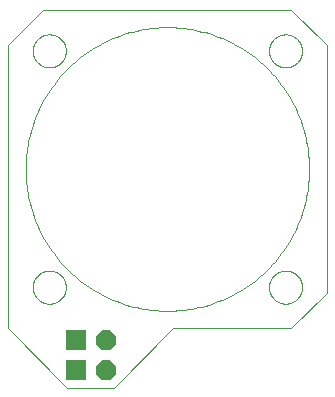
<source format=gbl>
G75*
%MOIN*%
%OFA0B0*%
%FSLAX25Y25*%
%IPPOS*%
%LPD*%
%AMOC8*
5,1,8,0,0,1.08239X$1,22.5*
%
%ADD10C,0.00000*%
%ADD11R,0.06600X0.06600*%
%ADD12OC8,0.06600*%
D10*
X0019517Y0026222D02*
X0039202Y0006537D01*
X0054950Y0006537D01*
X0074635Y0026222D01*
X0114005Y0026222D01*
X0125816Y0038033D01*
X0125816Y0120710D01*
X0114005Y0132521D01*
X0031328Y0132521D01*
X0019517Y0120710D01*
X0019517Y0026222D01*
X0027784Y0040002D02*
X0027786Y0040150D01*
X0027792Y0040298D01*
X0027802Y0040446D01*
X0027816Y0040593D01*
X0027834Y0040740D01*
X0027855Y0040886D01*
X0027881Y0041032D01*
X0027911Y0041177D01*
X0027944Y0041321D01*
X0027982Y0041464D01*
X0028023Y0041606D01*
X0028068Y0041747D01*
X0028116Y0041887D01*
X0028169Y0042026D01*
X0028225Y0042163D01*
X0028285Y0042298D01*
X0028348Y0042432D01*
X0028415Y0042564D01*
X0028486Y0042694D01*
X0028560Y0042822D01*
X0028637Y0042948D01*
X0028718Y0043072D01*
X0028802Y0043194D01*
X0028889Y0043313D01*
X0028980Y0043430D01*
X0029074Y0043545D01*
X0029170Y0043657D01*
X0029270Y0043767D01*
X0029372Y0043873D01*
X0029478Y0043977D01*
X0029586Y0044078D01*
X0029697Y0044176D01*
X0029810Y0044272D01*
X0029926Y0044364D01*
X0030044Y0044453D01*
X0030165Y0044538D01*
X0030288Y0044621D01*
X0030413Y0044700D01*
X0030540Y0044776D01*
X0030669Y0044848D01*
X0030800Y0044917D01*
X0030933Y0044982D01*
X0031068Y0045043D01*
X0031204Y0045101D01*
X0031341Y0045156D01*
X0031480Y0045206D01*
X0031621Y0045253D01*
X0031762Y0045296D01*
X0031905Y0045336D01*
X0032049Y0045371D01*
X0032193Y0045403D01*
X0032339Y0045430D01*
X0032485Y0045454D01*
X0032632Y0045474D01*
X0032779Y0045490D01*
X0032926Y0045502D01*
X0033074Y0045510D01*
X0033222Y0045514D01*
X0033370Y0045514D01*
X0033518Y0045510D01*
X0033666Y0045502D01*
X0033813Y0045490D01*
X0033960Y0045474D01*
X0034107Y0045454D01*
X0034253Y0045430D01*
X0034399Y0045403D01*
X0034543Y0045371D01*
X0034687Y0045336D01*
X0034830Y0045296D01*
X0034971Y0045253D01*
X0035112Y0045206D01*
X0035251Y0045156D01*
X0035388Y0045101D01*
X0035524Y0045043D01*
X0035659Y0044982D01*
X0035792Y0044917D01*
X0035923Y0044848D01*
X0036052Y0044776D01*
X0036179Y0044700D01*
X0036304Y0044621D01*
X0036427Y0044538D01*
X0036548Y0044453D01*
X0036666Y0044364D01*
X0036782Y0044272D01*
X0036895Y0044176D01*
X0037006Y0044078D01*
X0037114Y0043977D01*
X0037220Y0043873D01*
X0037322Y0043767D01*
X0037422Y0043657D01*
X0037518Y0043545D01*
X0037612Y0043430D01*
X0037703Y0043313D01*
X0037790Y0043194D01*
X0037874Y0043072D01*
X0037955Y0042948D01*
X0038032Y0042822D01*
X0038106Y0042694D01*
X0038177Y0042564D01*
X0038244Y0042432D01*
X0038307Y0042298D01*
X0038367Y0042163D01*
X0038423Y0042026D01*
X0038476Y0041887D01*
X0038524Y0041747D01*
X0038569Y0041606D01*
X0038610Y0041464D01*
X0038648Y0041321D01*
X0038681Y0041177D01*
X0038711Y0041032D01*
X0038737Y0040886D01*
X0038758Y0040740D01*
X0038776Y0040593D01*
X0038790Y0040446D01*
X0038800Y0040298D01*
X0038806Y0040150D01*
X0038808Y0040002D01*
X0038806Y0039854D01*
X0038800Y0039706D01*
X0038790Y0039558D01*
X0038776Y0039411D01*
X0038758Y0039264D01*
X0038737Y0039118D01*
X0038711Y0038972D01*
X0038681Y0038827D01*
X0038648Y0038683D01*
X0038610Y0038540D01*
X0038569Y0038398D01*
X0038524Y0038257D01*
X0038476Y0038117D01*
X0038423Y0037978D01*
X0038367Y0037841D01*
X0038307Y0037706D01*
X0038244Y0037572D01*
X0038177Y0037440D01*
X0038106Y0037310D01*
X0038032Y0037182D01*
X0037955Y0037056D01*
X0037874Y0036932D01*
X0037790Y0036810D01*
X0037703Y0036691D01*
X0037612Y0036574D01*
X0037518Y0036459D01*
X0037422Y0036347D01*
X0037322Y0036237D01*
X0037220Y0036131D01*
X0037114Y0036027D01*
X0037006Y0035926D01*
X0036895Y0035828D01*
X0036782Y0035732D01*
X0036666Y0035640D01*
X0036548Y0035551D01*
X0036427Y0035466D01*
X0036304Y0035383D01*
X0036179Y0035304D01*
X0036052Y0035228D01*
X0035923Y0035156D01*
X0035792Y0035087D01*
X0035659Y0035022D01*
X0035524Y0034961D01*
X0035388Y0034903D01*
X0035251Y0034848D01*
X0035112Y0034798D01*
X0034971Y0034751D01*
X0034830Y0034708D01*
X0034687Y0034668D01*
X0034543Y0034633D01*
X0034399Y0034601D01*
X0034253Y0034574D01*
X0034107Y0034550D01*
X0033960Y0034530D01*
X0033813Y0034514D01*
X0033666Y0034502D01*
X0033518Y0034494D01*
X0033370Y0034490D01*
X0033222Y0034490D01*
X0033074Y0034494D01*
X0032926Y0034502D01*
X0032779Y0034514D01*
X0032632Y0034530D01*
X0032485Y0034550D01*
X0032339Y0034574D01*
X0032193Y0034601D01*
X0032049Y0034633D01*
X0031905Y0034668D01*
X0031762Y0034708D01*
X0031621Y0034751D01*
X0031480Y0034798D01*
X0031341Y0034848D01*
X0031204Y0034903D01*
X0031068Y0034961D01*
X0030933Y0035022D01*
X0030800Y0035087D01*
X0030669Y0035156D01*
X0030540Y0035228D01*
X0030413Y0035304D01*
X0030288Y0035383D01*
X0030165Y0035466D01*
X0030044Y0035551D01*
X0029926Y0035640D01*
X0029810Y0035732D01*
X0029697Y0035828D01*
X0029586Y0035926D01*
X0029478Y0036027D01*
X0029372Y0036131D01*
X0029270Y0036237D01*
X0029170Y0036347D01*
X0029074Y0036459D01*
X0028980Y0036574D01*
X0028889Y0036691D01*
X0028802Y0036810D01*
X0028718Y0036932D01*
X0028637Y0037056D01*
X0028560Y0037182D01*
X0028486Y0037310D01*
X0028415Y0037440D01*
X0028348Y0037572D01*
X0028285Y0037706D01*
X0028225Y0037841D01*
X0028169Y0037978D01*
X0028116Y0038117D01*
X0028068Y0038257D01*
X0028023Y0038398D01*
X0027982Y0038540D01*
X0027944Y0038683D01*
X0027911Y0038827D01*
X0027881Y0038972D01*
X0027855Y0039118D01*
X0027834Y0039264D01*
X0027816Y0039411D01*
X0027802Y0039558D01*
X0027792Y0039706D01*
X0027786Y0039854D01*
X0027784Y0040002D01*
X0025422Y0079372D02*
X0025436Y0080531D01*
X0025479Y0081690D01*
X0025550Y0082847D01*
X0025649Y0084003D01*
X0025777Y0085155D01*
X0025933Y0086304D01*
X0026118Y0087449D01*
X0026330Y0088589D01*
X0026570Y0089723D01*
X0026838Y0090851D01*
X0027133Y0091973D01*
X0027456Y0093086D01*
X0027806Y0094192D01*
X0028184Y0095288D01*
X0028588Y0096375D01*
X0029018Y0097451D01*
X0029475Y0098517D01*
X0029958Y0099571D01*
X0030467Y0100613D01*
X0031001Y0101643D01*
X0031560Y0102658D01*
X0032143Y0103660D01*
X0032752Y0104647D01*
X0033384Y0105619D01*
X0034040Y0106575D01*
X0034719Y0107515D01*
X0035421Y0108438D01*
X0036146Y0109343D01*
X0036892Y0110230D01*
X0037661Y0111099D01*
X0038450Y0111949D01*
X0039259Y0112779D01*
X0040089Y0113588D01*
X0040939Y0114377D01*
X0041808Y0115146D01*
X0042695Y0115892D01*
X0043600Y0116617D01*
X0044523Y0117319D01*
X0045463Y0117998D01*
X0046419Y0118654D01*
X0047391Y0119286D01*
X0048378Y0119895D01*
X0049380Y0120478D01*
X0050395Y0121037D01*
X0051425Y0121571D01*
X0052467Y0122080D01*
X0053521Y0122563D01*
X0054587Y0123020D01*
X0055663Y0123450D01*
X0056750Y0123854D01*
X0057846Y0124232D01*
X0058952Y0124582D01*
X0060065Y0124905D01*
X0061187Y0125200D01*
X0062315Y0125468D01*
X0063449Y0125708D01*
X0064589Y0125920D01*
X0065734Y0126105D01*
X0066883Y0126261D01*
X0068035Y0126389D01*
X0069191Y0126488D01*
X0070348Y0126559D01*
X0071507Y0126602D01*
X0072666Y0126616D01*
X0073825Y0126602D01*
X0074984Y0126559D01*
X0076141Y0126488D01*
X0077297Y0126389D01*
X0078449Y0126261D01*
X0079598Y0126105D01*
X0080743Y0125920D01*
X0081883Y0125708D01*
X0083017Y0125468D01*
X0084145Y0125200D01*
X0085267Y0124905D01*
X0086380Y0124582D01*
X0087486Y0124232D01*
X0088582Y0123854D01*
X0089669Y0123450D01*
X0090745Y0123020D01*
X0091811Y0122563D01*
X0092865Y0122080D01*
X0093907Y0121571D01*
X0094937Y0121037D01*
X0095952Y0120478D01*
X0096954Y0119895D01*
X0097941Y0119286D01*
X0098913Y0118654D01*
X0099869Y0117998D01*
X0100809Y0117319D01*
X0101732Y0116617D01*
X0102637Y0115892D01*
X0103524Y0115146D01*
X0104393Y0114377D01*
X0105243Y0113588D01*
X0106073Y0112779D01*
X0106882Y0111949D01*
X0107671Y0111099D01*
X0108440Y0110230D01*
X0109186Y0109343D01*
X0109911Y0108438D01*
X0110613Y0107515D01*
X0111292Y0106575D01*
X0111948Y0105619D01*
X0112580Y0104647D01*
X0113189Y0103660D01*
X0113772Y0102658D01*
X0114331Y0101643D01*
X0114865Y0100613D01*
X0115374Y0099571D01*
X0115857Y0098517D01*
X0116314Y0097451D01*
X0116744Y0096375D01*
X0117148Y0095288D01*
X0117526Y0094192D01*
X0117876Y0093086D01*
X0118199Y0091973D01*
X0118494Y0090851D01*
X0118762Y0089723D01*
X0119002Y0088589D01*
X0119214Y0087449D01*
X0119399Y0086304D01*
X0119555Y0085155D01*
X0119683Y0084003D01*
X0119782Y0082847D01*
X0119853Y0081690D01*
X0119896Y0080531D01*
X0119910Y0079372D01*
X0119896Y0078213D01*
X0119853Y0077054D01*
X0119782Y0075897D01*
X0119683Y0074741D01*
X0119555Y0073589D01*
X0119399Y0072440D01*
X0119214Y0071295D01*
X0119002Y0070155D01*
X0118762Y0069021D01*
X0118494Y0067893D01*
X0118199Y0066771D01*
X0117876Y0065658D01*
X0117526Y0064552D01*
X0117148Y0063456D01*
X0116744Y0062369D01*
X0116314Y0061293D01*
X0115857Y0060227D01*
X0115374Y0059173D01*
X0114865Y0058131D01*
X0114331Y0057101D01*
X0113772Y0056086D01*
X0113189Y0055084D01*
X0112580Y0054097D01*
X0111948Y0053125D01*
X0111292Y0052169D01*
X0110613Y0051229D01*
X0109911Y0050306D01*
X0109186Y0049401D01*
X0108440Y0048514D01*
X0107671Y0047645D01*
X0106882Y0046795D01*
X0106073Y0045965D01*
X0105243Y0045156D01*
X0104393Y0044367D01*
X0103524Y0043598D01*
X0102637Y0042852D01*
X0101732Y0042127D01*
X0100809Y0041425D01*
X0099869Y0040746D01*
X0098913Y0040090D01*
X0097941Y0039458D01*
X0096954Y0038849D01*
X0095952Y0038266D01*
X0094937Y0037707D01*
X0093907Y0037173D01*
X0092865Y0036664D01*
X0091811Y0036181D01*
X0090745Y0035724D01*
X0089669Y0035294D01*
X0088582Y0034890D01*
X0087486Y0034512D01*
X0086380Y0034162D01*
X0085267Y0033839D01*
X0084145Y0033544D01*
X0083017Y0033276D01*
X0081883Y0033036D01*
X0080743Y0032824D01*
X0079598Y0032639D01*
X0078449Y0032483D01*
X0077297Y0032355D01*
X0076141Y0032256D01*
X0074984Y0032185D01*
X0073825Y0032142D01*
X0072666Y0032128D01*
X0071507Y0032142D01*
X0070348Y0032185D01*
X0069191Y0032256D01*
X0068035Y0032355D01*
X0066883Y0032483D01*
X0065734Y0032639D01*
X0064589Y0032824D01*
X0063449Y0033036D01*
X0062315Y0033276D01*
X0061187Y0033544D01*
X0060065Y0033839D01*
X0058952Y0034162D01*
X0057846Y0034512D01*
X0056750Y0034890D01*
X0055663Y0035294D01*
X0054587Y0035724D01*
X0053521Y0036181D01*
X0052467Y0036664D01*
X0051425Y0037173D01*
X0050395Y0037707D01*
X0049380Y0038266D01*
X0048378Y0038849D01*
X0047391Y0039458D01*
X0046419Y0040090D01*
X0045463Y0040746D01*
X0044523Y0041425D01*
X0043600Y0042127D01*
X0042695Y0042852D01*
X0041808Y0043598D01*
X0040939Y0044367D01*
X0040089Y0045156D01*
X0039259Y0045965D01*
X0038450Y0046795D01*
X0037661Y0047645D01*
X0036892Y0048514D01*
X0036146Y0049401D01*
X0035421Y0050306D01*
X0034719Y0051229D01*
X0034040Y0052169D01*
X0033384Y0053125D01*
X0032752Y0054097D01*
X0032143Y0055084D01*
X0031560Y0056086D01*
X0031001Y0057101D01*
X0030467Y0058131D01*
X0029958Y0059173D01*
X0029475Y0060227D01*
X0029018Y0061293D01*
X0028588Y0062369D01*
X0028184Y0063456D01*
X0027806Y0064552D01*
X0027456Y0065658D01*
X0027133Y0066771D01*
X0026838Y0067893D01*
X0026570Y0069021D01*
X0026330Y0070155D01*
X0026118Y0071295D01*
X0025933Y0072440D01*
X0025777Y0073589D01*
X0025649Y0074741D01*
X0025550Y0075897D01*
X0025479Y0077054D01*
X0025436Y0078213D01*
X0025422Y0079372D01*
X0027784Y0118742D02*
X0027786Y0118890D01*
X0027792Y0119038D01*
X0027802Y0119186D01*
X0027816Y0119333D01*
X0027834Y0119480D01*
X0027855Y0119626D01*
X0027881Y0119772D01*
X0027911Y0119917D01*
X0027944Y0120061D01*
X0027982Y0120204D01*
X0028023Y0120346D01*
X0028068Y0120487D01*
X0028116Y0120627D01*
X0028169Y0120766D01*
X0028225Y0120903D01*
X0028285Y0121038D01*
X0028348Y0121172D01*
X0028415Y0121304D01*
X0028486Y0121434D01*
X0028560Y0121562D01*
X0028637Y0121688D01*
X0028718Y0121812D01*
X0028802Y0121934D01*
X0028889Y0122053D01*
X0028980Y0122170D01*
X0029074Y0122285D01*
X0029170Y0122397D01*
X0029270Y0122507D01*
X0029372Y0122613D01*
X0029478Y0122717D01*
X0029586Y0122818D01*
X0029697Y0122916D01*
X0029810Y0123012D01*
X0029926Y0123104D01*
X0030044Y0123193D01*
X0030165Y0123278D01*
X0030288Y0123361D01*
X0030413Y0123440D01*
X0030540Y0123516D01*
X0030669Y0123588D01*
X0030800Y0123657D01*
X0030933Y0123722D01*
X0031068Y0123783D01*
X0031204Y0123841D01*
X0031341Y0123896D01*
X0031480Y0123946D01*
X0031621Y0123993D01*
X0031762Y0124036D01*
X0031905Y0124076D01*
X0032049Y0124111D01*
X0032193Y0124143D01*
X0032339Y0124170D01*
X0032485Y0124194D01*
X0032632Y0124214D01*
X0032779Y0124230D01*
X0032926Y0124242D01*
X0033074Y0124250D01*
X0033222Y0124254D01*
X0033370Y0124254D01*
X0033518Y0124250D01*
X0033666Y0124242D01*
X0033813Y0124230D01*
X0033960Y0124214D01*
X0034107Y0124194D01*
X0034253Y0124170D01*
X0034399Y0124143D01*
X0034543Y0124111D01*
X0034687Y0124076D01*
X0034830Y0124036D01*
X0034971Y0123993D01*
X0035112Y0123946D01*
X0035251Y0123896D01*
X0035388Y0123841D01*
X0035524Y0123783D01*
X0035659Y0123722D01*
X0035792Y0123657D01*
X0035923Y0123588D01*
X0036052Y0123516D01*
X0036179Y0123440D01*
X0036304Y0123361D01*
X0036427Y0123278D01*
X0036548Y0123193D01*
X0036666Y0123104D01*
X0036782Y0123012D01*
X0036895Y0122916D01*
X0037006Y0122818D01*
X0037114Y0122717D01*
X0037220Y0122613D01*
X0037322Y0122507D01*
X0037422Y0122397D01*
X0037518Y0122285D01*
X0037612Y0122170D01*
X0037703Y0122053D01*
X0037790Y0121934D01*
X0037874Y0121812D01*
X0037955Y0121688D01*
X0038032Y0121562D01*
X0038106Y0121434D01*
X0038177Y0121304D01*
X0038244Y0121172D01*
X0038307Y0121038D01*
X0038367Y0120903D01*
X0038423Y0120766D01*
X0038476Y0120627D01*
X0038524Y0120487D01*
X0038569Y0120346D01*
X0038610Y0120204D01*
X0038648Y0120061D01*
X0038681Y0119917D01*
X0038711Y0119772D01*
X0038737Y0119626D01*
X0038758Y0119480D01*
X0038776Y0119333D01*
X0038790Y0119186D01*
X0038800Y0119038D01*
X0038806Y0118890D01*
X0038808Y0118742D01*
X0038806Y0118594D01*
X0038800Y0118446D01*
X0038790Y0118298D01*
X0038776Y0118151D01*
X0038758Y0118004D01*
X0038737Y0117858D01*
X0038711Y0117712D01*
X0038681Y0117567D01*
X0038648Y0117423D01*
X0038610Y0117280D01*
X0038569Y0117138D01*
X0038524Y0116997D01*
X0038476Y0116857D01*
X0038423Y0116718D01*
X0038367Y0116581D01*
X0038307Y0116446D01*
X0038244Y0116312D01*
X0038177Y0116180D01*
X0038106Y0116050D01*
X0038032Y0115922D01*
X0037955Y0115796D01*
X0037874Y0115672D01*
X0037790Y0115550D01*
X0037703Y0115431D01*
X0037612Y0115314D01*
X0037518Y0115199D01*
X0037422Y0115087D01*
X0037322Y0114977D01*
X0037220Y0114871D01*
X0037114Y0114767D01*
X0037006Y0114666D01*
X0036895Y0114568D01*
X0036782Y0114472D01*
X0036666Y0114380D01*
X0036548Y0114291D01*
X0036427Y0114206D01*
X0036304Y0114123D01*
X0036179Y0114044D01*
X0036052Y0113968D01*
X0035923Y0113896D01*
X0035792Y0113827D01*
X0035659Y0113762D01*
X0035524Y0113701D01*
X0035388Y0113643D01*
X0035251Y0113588D01*
X0035112Y0113538D01*
X0034971Y0113491D01*
X0034830Y0113448D01*
X0034687Y0113408D01*
X0034543Y0113373D01*
X0034399Y0113341D01*
X0034253Y0113314D01*
X0034107Y0113290D01*
X0033960Y0113270D01*
X0033813Y0113254D01*
X0033666Y0113242D01*
X0033518Y0113234D01*
X0033370Y0113230D01*
X0033222Y0113230D01*
X0033074Y0113234D01*
X0032926Y0113242D01*
X0032779Y0113254D01*
X0032632Y0113270D01*
X0032485Y0113290D01*
X0032339Y0113314D01*
X0032193Y0113341D01*
X0032049Y0113373D01*
X0031905Y0113408D01*
X0031762Y0113448D01*
X0031621Y0113491D01*
X0031480Y0113538D01*
X0031341Y0113588D01*
X0031204Y0113643D01*
X0031068Y0113701D01*
X0030933Y0113762D01*
X0030800Y0113827D01*
X0030669Y0113896D01*
X0030540Y0113968D01*
X0030413Y0114044D01*
X0030288Y0114123D01*
X0030165Y0114206D01*
X0030044Y0114291D01*
X0029926Y0114380D01*
X0029810Y0114472D01*
X0029697Y0114568D01*
X0029586Y0114666D01*
X0029478Y0114767D01*
X0029372Y0114871D01*
X0029270Y0114977D01*
X0029170Y0115087D01*
X0029074Y0115199D01*
X0028980Y0115314D01*
X0028889Y0115431D01*
X0028802Y0115550D01*
X0028718Y0115672D01*
X0028637Y0115796D01*
X0028560Y0115922D01*
X0028486Y0116050D01*
X0028415Y0116180D01*
X0028348Y0116312D01*
X0028285Y0116446D01*
X0028225Y0116581D01*
X0028169Y0116718D01*
X0028116Y0116857D01*
X0028068Y0116997D01*
X0028023Y0117138D01*
X0027982Y0117280D01*
X0027944Y0117423D01*
X0027911Y0117567D01*
X0027881Y0117712D01*
X0027855Y0117858D01*
X0027834Y0118004D01*
X0027816Y0118151D01*
X0027802Y0118298D01*
X0027792Y0118446D01*
X0027786Y0118594D01*
X0027784Y0118742D01*
X0106524Y0118742D02*
X0106526Y0118890D01*
X0106532Y0119038D01*
X0106542Y0119186D01*
X0106556Y0119333D01*
X0106574Y0119480D01*
X0106595Y0119626D01*
X0106621Y0119772D01*
X0106651Y0119917D01*
X0106684Y0120061D01*
X0106722Y0120204D01*
X0106763Y0120346D01*
X0106808Y0120487D01*
X0106856Y0120627D01*
X0106909Y0120766D01*
X0106965Y0120903D01*
X0107025Y0121038D01*
X0107088Y0121172D01*
X0107155Y0121304D01*
X0107226Y0121434D01*
X0107300Y0121562D01*
X0107377Y0121688D01*
X0107458Y0121812D01*
X0107542Y0121934D01*
X0107629Y0122053D01*
X0107720Y0122170D01*
X0107814Y0122285D01*
X0107910Y0122397D01*
X0108010Y0122507D01*
X0108112Y0122613D01*
X0108218Y0122717D01*
X0108326Y0122818D01*
X0108437Y0122916D01*
X0108550Y0123012D01*
X0108666Y0123104D01*
X0108784Y0123193D01*
X0108905Y0123278D01*
X0109028Y0123361D01*
X0109153Y0123440D01*
X0109280Y0123516D01*
X0109409Y0123588D01*
X0109540Y0123657D01*
X0109673Y0123722D01*
X0109808Y0123783D01*
X0109944Y0123841D01*
X0110081Y0123896D01*
X0110220Y0123946D01*
X0110361Y0123993D01*
X0110502Y0124036D01*
X0110645Y0124076D01*
X0110789Y0124111D01*
X0110933Y0124143D01*
X0111079Y0124170D01*
X0111225Y0124194D01*
X0111372Y0124214D01*
X0111519Y0124230D01*
X0111666Y0124242D01*
X0111814Y0124250D01*
X0111962Y0124254D01*
X0112110Y0124254D01*
X0112258Y0124250D01*
X0112406Y0124242D01*
X0112553Y0124230D01*
X0112700Y0124214D01*
X0112847Y0124194D01*
X0112993Y0124170D01*
X0113139Y0124143D01*
X0113283Y0124111D01*
X0113427Y0124076D01*
X0113570Y0124036D01*
X0113711Y0123993D01*
X0113852Y0123946D01*
X0113991Y0123896D01*
X0114128Y0123841D01*
X0114264Y0123783D01*
X0114399Y0123722D01*
X0114532Y0123657D01*
X0114663Y0123588D01*
X0114792Y0123516D01*
X0114919Y0123440D01*
X0115044Y0123361D01*
X0115167Y0123278D01*
X0115288Y0123193D01*
X0115406Y0123104D01*
X0115522Y0123012D01*
X0115635Y0122916D01*
X0115746Y0122818D01*
X0115854Y0122717D01*
X0115960Y0122613D01*
X0116062Y0122507D01*
X0116162Y0122397D01*
X0116258Y0122285D01*
X0116352Y0122170D01*
X0116443Y0122053D01*
X0116530Y0121934D01*
X0116614Y0121812D01*
X0116695Y0121688D01*
X0116772Y0121562D01*
X0116846Y0121434D01*
X0116917Y0121304D01*
X0116984Y0121172D01*
X0117047Y0121038D01*
X0117107Y0120903D01*
X0117163Y0120766D01*
X0117216Y0120627D01*
X0117264Y0120487D01*
X0117309Y0120346D01*
X0117350Y0120204D01*
X0117388Y0120061D01*
X0117421Y0119917D01*
X0117451Y0119772D01*
X0117477Y0119626D01*
X0117498Y0119480D01*
X0117516Y0119333D01*
X0117530Y0119186D01*
X0117540Y0119038D01*
X0117546Y0118890D01*
X0117548Y0118742D01*
X0117546Y0118594D01*
X0117540Y0118446D01*
X0117530Y0118298D01*
X0117516Y0118151D01*
X0117498Y0118004D01*
X0117477Y0117858D01*
X0117451Y0117712D01*
X0117421Y0117567D01*
X0117388Y0117423D01*
X0117350Y0117280D01*
X0117309Y0117138D01*
X0117264Y0116997D01*
X0117216Y0116857D01*
X0117163Y0116718D01*
X0117107Y0116581D01*
X0117047Y0116446D01*
X0116984Y0116312D01*
X0116917Y0116180D01*
X0116846Y0116050D01*
X0116772Y0115922D01*
X0116695Y0115796D01*
X0116614Y0115672D01*
X0116530Y0115550D01*
X0116443Y0115431D01*
X0116352Y0115314D01*
X0116258Y0115199D01*
X0116162Y0115087D01*
X0116062Y0114977D01*
X0115960Y0114871D01*
X0115854Y0114767D01*
X0115746Y0114666D01*
X0115635Y0114568D01*
X0115522Y0114472D01*
X0115406Y0114380D01*
X0115288Y0114291D01*
X0115167Y0114206D01*
X0115044Y0114123D01*
X0114919Y0114044D01*
X0114792Y0113968D01*
X0114663Y0113896D01*
X0114532Y0113827D01*
X0114399Y0113762D01*
X0114264Y0113701D01*
X0114128Y0113643D01*
X0113991Y0113588D01*
X0113852Y0113538D01*
X0113711Y0113491D01*
X0113570Y0113448D01*
X0113427Y0113408D01*
X0113283Y0113373D01*
X0113139Y0113341D01*
X0112993Y0113314D01*
X0112847Y0113290D01*
X0112700Y0113270D01*
X0112553Y0113254D01*
X0112406Y0113242D01*
X0112258Y0113234D01*
X0112110Y0113230D01*
X0111962Y0113230D01*
X0111814Y0113234D01*
X0111666Y0113242D01*
X0111519Y0113254D01*
X0111372Y0113270D01*
X0111225Y0113290D01*
X0111079Y0113314D01*
X0110933Y0113341D01*
X0110789Y0113373D01*
X0110645Y0113408D01*
X0110502Y0113448D01*
X0110361Y0113491D01*
X0110220Y0113538D01*
X0110081Y0113588D01*
X0109944Y0113643D01*
X0109808Y0113701D01*
X0109673Y0113762D01*
X0109540Y0113827D01*
X0109409Y0113896D01*
X0109280Y0113968D01*
X0109153Y0114044D01*
X0109028Y0114123D01*
X0108905Y0114206D01*
X0108784Y0114291D01*
X0108666Y0114380D01*
X0108550Y0114472D01*
X0108437Y0114568D01*
X0108326Y0114666D01*
X0108218Y0114767D01*
X0108112Y0114871D01*
X0108010Y0114977D01*
X0107910Y0115087D01*
X0107814Y0115199D01*
X0107720Y0115314D01*
X0107629Y0115431D01*
X0107542Y0115550D01*
X0107458Y0115672D01*
X0107377Y0115796D01*
X0107300Y0115922D01*
X0107226Y0116050D01*
X0107155Y0116180D01*
X0107088Y0116312D01*
X0107025Y0116446D01*
X0106965Y0116581D01*
X0106909Y0116718D01*
X0106856Y0116857D01*
X0106808Y0116997D01*
X0106763Y0117138D01*
X0106722Y0117280D01*
X0106684Y0117423D01*
X0106651Y0117567D01*
X0106621Y0117712D01*
X0106595Y0117858D01*
X0106574Y0118004D01*
X0106556Y0118151D01*
X0106542Y0118298D01*
X0106532Y0118446D01*
X0106526Y0118594D01*
X0106524Y0118742D01*
X0106524Y0040002D02*
X0106526Y0040150D01*
X0106532Y0040298D01*
X0106542Y0040446D01*
X0106556Y0040593D01*
X0106574Y0040740D01*
X0106595Y0040886D01*
X0106621Y0041032D01*
X0106651Y0041177D01*
X0106684Y0041321D01*
X0106722Y0041464D01*
X0106763Y0041606D01*
X0106808Y0041747D01*
X0106856Y0041887D01*
X0106909Y0042026D01*
X0106965Y0042163D01*
X0107025Y0042298D01*
X0107088Y0042432D01*
X0107155Y0042564D01*
X0107226Y0042694D01*
X0107300Y0042822D01*
X0107377Y0042948D01*
X0107458Y0043072D01*
X0107542Y0043194D01*
X0107629Y0043313D01*
X0107720Y0043430D01*
X0107814Y0043545D01*
X0107910Y0043657D01*
X0108010Y0043767D01*
X0108112Y0043873D01*
X0108218Y0043977D01*
X0108326Y0044078D01*
X0108437Y0044176D01*
X0108550Y0044272D01*
X0108666Y0044364D01*
X0108784Y0044453D01*
X0108905Y0044538D01*
X0109028Y0044621D01*
X0109153Y0044700D01*
X0109280Y0044776D01*
X0109409Y0044848D01*
X0109540Y0044917D01*
X0109673Y0044982D01*
X0109808Y0045043D01*
X0109944Y0045101D01*
X0110081Y0045156D01*
X0110220Y0045206D01*
X0110361Y0045253D01*
X0110502Y0045296D01*
X0110645Y0045336D01*
X0110789Y0045371D01*
X0110933Y0045403D01*
X0111079Y0045430D01*
X0111225Y0045454D01*
X0111372Y0045474D01*
X0111519Y0045490D01*
X0111666Y0045502D01*
X0111814Y0045510D01*
X0111962Y0045514D01*
X0112110Y0045514D01*
X0112258Y0045510D01*
X0112406Y0045502D01*
X0112553Y0045490D01*
X0112700Y0045474D01*
X0112847Y0045454D01*
X0112993Y0045430D01*
X0113139Y0045403D01*
X0113283Y0045371D01*
X0113427Y0045336D01*
X0113570Y0045296D01*
X0113711Y0045253D01*
X0113852Y0045206D01*
X0113991Y0045156D01*
X0114128Y0045101D01*
X0114264Y0045043D01*
X0114399Y0044982D01*
X0114532Y0044917D01*
X0114663Y0044848D01*
X0114792Y0044776D01*
X0114919Y0044700D01*
X0115044Y0044621D01*
X0115167Y0044538D01*
X0115288Y0044453D01*
X0115406Y0044364D01*
X0115522Y0044272D01*
X0115635Y0044176D01*
X0115746Y0044078D01*
X0115854Y0043977D01*
X0115960Y0043873D01*
X0116062Y0043767D01*
X0116162Y0043657D01*
X0116258Y0043545D01*
X0116352Y0043430D01*
X0116443Y0043313D01*
X0116530Y0043194D01*
X0116614Y0043072D01*
X0116695Y0042948D01*
X0116772Y0042822D01*
X0116846Y0042694D01*
X0116917Y0042564D01*
X0116984Y0042432D01*
X0117047Y0042298D01*
X0117107Y0042163D01*
X0117163Y0042026D01*
X0117216Y0041887D01*
X0117264Y0041747D01*
X0117309Y0041606D01*
X0117350Y0041464D01*
X0117388Y0041321D01*
X0117421Y0041177D01*
X0117451Y0041032D01*
X0117477Y0040886D01*
X0117498Y0040740D01*
X0117516Y0040593D01*
X0117530Y0040446D01*
X0117540Y0040298D01*
X0117546Y0040150D01*
X0117548Y0040002D01*
X0117546Y0039854D01*
X0117540Y0039706D01*
X0117530Y0039558D01*
X0117516Y0039411D01*
X0117498Y0039264D01*
X0117477Y0039118D01*
X0117451Y0038972D01*
X0117421Y0038827D01*
X0117388Y0038683D01*
X0117350Y0038540D01*
X0117309Y0038398D01*
X0117264Y0038257D01*
X0117216Y0038117D01*
X0117163Y0037978D01*
X0117107Y0037841D01*
X0117047Y0037706D01*
X0116984Y0037572D01*
X0116917Y0037440D01*
X0116846Y0037310D01*
X0116772Y0037182D01*
X0116695Y0037056D01*
X0116614Y0036932D01*
X0116530Y0036810D01*
X0116443Y0036691D01*
X0116352Y0036574D01*
X0116258Y0036459D01*
X0116162Y0036347D01*
X0116062Y0036237D01*
X0115960Y0036131D01*
X0115854Y0036027D01*
X0115746Y0035926D01*
X0115635Y0035828D01*
X0115522Y0035732D01*
X0115406Y0035640D01*
X0115288Y0035551D01*
X0115167Y0035466D01*
X0115044Y0035383D01*
X0114919Y0035304D01*
X0114792Y0035228D01*
X0114663Y0035156D01*
X0114532Y0035087D01*
X0114399Y0035022D01*
X0114264Y0034961D01*
X0114128Y0034903D01*
X0113991Y0034848D01*
X0113852Y0034798D01*
X0113711Y0034751D01*
X0113570Y0034708D01*
X0113427Y0034668D01*
X0113283Y0034633D01*
X0113139Y0034601D01*
X0112993Y0034574D01*
X0112847Y0034550D01*
X0112700Y0034530D01*
X0112553Y0034514D01*
X0112406Y0034502D01*
X0112258Y0034494D01*
X0112110Y0034490D01*
X0111962Y0034490D01*
X0111814Y0034494D01*
X0111666Y0034502D01*
X0111519Y0034514D01*
X0111372Y0034530D01*
X0111225Y0034550D01*
X0111079Y0034574D01*
X0110933Y0034601D01*
X0110789Y0034633D01*
X0110645Y0034668D01*
X0110502Y0034708D01*
X0110361Y0034751D01*
X0110220Y0034798D01*
X0110081Y0034848D01*
X0109944Y0034903D01*
X0109808Y0034961D01*
X0109673Y0035022D01*
X0109540Y0035087D01*
X0109409Y0035156D01*
X0109280Y0035228D01*
X0109153Y0035304D01*
X0109028Y0035383D01*
X0108905Y0035466D01*
X0108784Y0035551D01*
X0108666Y0035640D01*
X0108550Y0035732D01*
X0108437Y0035828D01*
X0108326Y0035926D01*
X0108218Y0036027D01*
X0108112Y0036131D01*
X0108010Y0036237D01*
X0107910Y0036347D01*
X0107814Y0036459D01*
X0107720Y0036574D01*
X0107629Y0036691D01*
X0107542Y0036810D01*
X0107458Y0036932D01*
X0107377Y0037056D01*
X0107300Y0037182D01*
X0107226Y0037310D01*
X0107155Y0037440D01*
X0107088Y0037572D01*
X0107025Y0037706D01*
X0106965Y0037841D01*
X0106909Y0037978D01*
X0106856Y0038117D01*
X0106808Y0038257D01*
X0106763Y0038398D01*
X0106722Y0038540D01*
X0106684Y0038683D01*
X0106651Y0038827D01*
X0106621Y0038972D01*
X0106595Y0039118D01*
X0106574Y0039264D01*
X0106556Y0039411D01*
X0106542Y0039558D01*
X0106532Y0039706D01*
X0106526Y0039854D01*
X0106524Y0040002D01*
D11*
X0042076Y0022285D03*
X0042076Y0012443D03*
D12*
X0052076Y0012443D03*
X0052076Y0022285D03*
M02*

</source>
